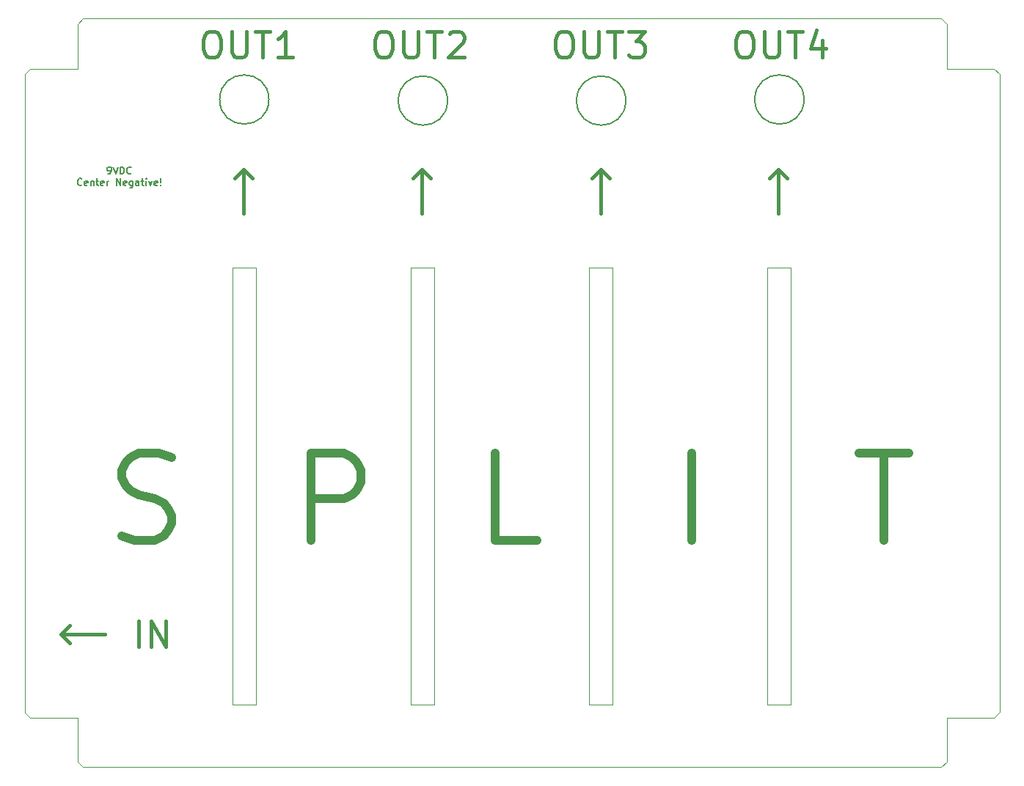
<source format=gbr>
%TF.GenerationSoftware,KiCad,Pcbnew,5.1.6-c6e7f7d~87~ubuntu18.04.1*%
%TF.CreationDate,2020-10-25T00:49:13+01:00*%
%TF.ProjectId,ActiveSplitterPedalWithDigitalPeakDetector,41637469-7665-4537-906c-697474657250,rev?*%
%TF.SameCoordinates,Original*%
%TF.FileFunction,Legend,Top*%
%TF.FilePolarity,Positive*%
%FSLAX46Y46*%
G04 Gerber Fmt 4.6, Leading zero omitted, Abs format (unit mm)*
G04 Created by KiCad (PCBNEW 5.1.6-c6e7f7d~87~ubuntu18.04.1) date 2020-10-25 00:49:13*
%MOMM*%
%LPD*%
G01*
G04 APERTURE LIST*
%ADD10C,0.400000*%
%ADD11C,1.000000*%
%TA.AperFunction,Profile*%
%ADD12C,0.050000*%
%TD*%
%TA.AperFunction,Profile*%
%ADD13C,0.150000*%
%TD*%
%ADD14C,0.150000*%
G04 APERTURE END LIST*
D10*
X105130600Y-62039500D02*
X105130600Y-67119500D01*
X105130600Y-62039500D02*
X104114600Y-63055500D01*
X105130600Y-62039500D02*
X106146600Y-63055500D01*
X125730000Y-62039500D02*
X125730000Y-67119500D01*
X125730000Y-62039500D02*
X124714000Y-63055500D01*
X125730000Y-62039500D02*
X126746000Y-63055500D01*
X146380200Y-62039500D02*
X146380200Y-67119500D01*
X146380200Y-62039500D02*
X145364200Y-63055500D01*
X146380200Y-62039500D02*
X147396200Y-63055500D01*
X93043571Y-117181142D02*
X93043571Y-114181142D01*
X94472142Y-117181142D02*
X94472142Y-114181142D01*
X96186428Y-117181142D01*
X96186428Y-114181142D01*
X162703428Y-46109142D02*
X163274857Y-46109142D01*
X163560571Y-46252000D01*
X163846285Y-46537714D01*
X163989142Y-47109142D01*
X163989142Y-48109142D01*
X163846285Y-48680571D01*
X163560571Y-48966285D01*
X163274857Y-49109142D01*
X162703428Y-49109142D01*
X162417714Y-48966285D01*
X162132000Y-48680571D01*
X161989142Y-48109142D01*
X161989142Y-47109142D01*
X162132000Y-46537714D01*
X162417714Y-46252000D01*
X162703428Y-46109142D01*
X165274857Y-46109142D02*
X165274857Y-48537714D01*
X165417714Y-48823428D01*
X165560571Y-48966285D01*
X165846285Y-49109142D01*
X166417714Y-49109142D01*
X166703428Y-48966285D01*
X166846285Y-48823428D01*
X166989142Y-48537714D01*
X166989142Y-46109142D01*
X167989142Y-46109142D02*
X169703428Y-46109142D01*
X168846285Y-49109142D02*
X168846285Y-46109142D01*
X171989142Y-47109142D02*
X171989142Y-49109142D01*
X171274857Y-45966285D02*
X170560571Y-48109142D01*
X172417714Y-48109142D01*
X141875428Y-46109142D02*
X142446857Y-46109142D01*
X142732571Y-46252000D01*
X143018285Y-46537714D01*
X143161142Y-47109142D01*
X143161142Y-48109142D01*
X143018285Y-48680571D01*
X142732571Y-48966285D01*
X142446857Y-49109142D01*
X141875428Y-49109142D01*
X141589714Y-48966285D01*
X141304000Y-48680571D01*
X141161142Y-48109142D01*
X141161142Y-47109142D01*
X141304000Y-46537714D01*
X141589714Y-46252000D01*
X141875428Y-46109142D01*
X144446857Y-46109142D02*
X144446857Y-48537714D01*
X144589714Y-48823428D01*
X144732571Y-48966285D01*
X145018285Y-49109142D01*
X145589714Y-49109142D01*
X145875428Y-48966285D01*
X146018285Y-48823428D01*
X146161142Y-48537714D01*
X146161142Y-46109142D01*
X147161142Y-46109142D02*
X148875428Y-46109142D01*
X148018285Y-49109142D02*
X148018285Y-46109142D01*
X149589714Y-46109142D02*
X151446857Y-46109142D01*
X150446857Y-47252000D01*
X150875428Y-47252000D01*
X151161142Y-47394857D01*
X151304000Y-47537714D01*
X151446857Y-47823428D01*
X151446857Y-48537714D01*
X151304000Y-48823428D01*
X151161142Y-48966285D01*
X150875428Y-49109142D01*
X150018285Y-49109142D01*
X149732571Y-48966285D01*
X149589714Y-48823428D01*
X121047428Y-46109142D02*
X121618857Y-46109142D01*
X121904571Y-46252000D01*
X122190285Y-46537714D01*
X122333142Y-47109142D01*
X122333142Y-48109142D01*
X122190285Y-48680571D01*
X121904571Y-48966285D01*
X121618857Y-49109142D01*
X121047428Y-49109142D01*
X120761714Y-48966285D01*
X120476000Y-48680571D01*
X120333142Y-48109142D01*
X120333142Y-47109142D01*
X120476000Y-46537714D01*
X120761714Y-46252000D01*
X121047428Y-46109142D01*
X123618857Y-46109142D02*
X123618857Y-48537714D01*
X123761714Y-48823428D01*
X123904571Y-48966285D01*
X124190285Y-49109142D01*
X124761714Y-49109142D01*
X125047428Y-48966285D01*
X125190285Y-48823428D01*
X125333142Y-48537714D01*
X125333142Y-46109142D01*
X126333142Y-46109142D02*
X128047428Y-46109142D01*
X127190285Y-49109142D02*
X127190285Y-46109142D01*
X128904571Y-46394857D02*
X129047428Y-46252000D01*
X129333142Y-46109142D01*
X130047428Y-46109142D01*
X130333142Y-46252000D01*
X130476000Y-46394857D01*
X130618857Y-46680571D01*
X130618857Y-46966285D01*
X130476000Y-47394857D01*
X128761714Y-49109142D01*
X130618857Y-49109142D01*
X101235428Y-46109142D02*
X101806857Y-46109142D01*
X102092571Y-46252000D01*
X102378285Y-46537714D01*
X102521142Y-47109142D01*
X102521142Y-48109142D01*
X102378285Y-48680571D01*
X102092571Y-48966285D01*
X101806857Y-49109142D01*
X101235428Y-49109142D01*
X100949714Y-48966285D01*
X100664000Y-48680571D01*
X100521142Y-48109142D01*
X100521142Y-47109142D01*
X100664000Y-46537714D01*
X100949714Y-46252000D01*
X101235428Y-46109142D01*
X103806857Y-46109142D02*
X103806857Y-48537714D01*
X103949714Y-48823428D01*
X104092571Y-48966285D01*
X104378285Y-49109142D01*
X104949714Y-49109142D01*
X105235428Y-48966285D01*
X105378285Y-48823428D01*
X105521142Y-48537714D01*
X105521142Y-46109142D01*
X106521142Y-46109142D02*
X108235428Y-46109142D01*
X107378285Y-49109142D02*
X107378285Y-46109142D01*
X110806857Y-49109142D02*
X109092571Y-49109142D01*
X109949714Y-49109142D02*
X109949714Y-46109142D01*
X109664000Y-46537714D01*
X109378285Y-46823428D01*
X109092571Y-46966285D01*
D11*
X176212857Y-94853809D02*
X181927142Y-94853809D01*
X179070000Y-104853809D02*
X179070000Y-94853809D01*
X156845000Y-104853809D02*
X156845000Y-94853809D01*
X138985238Y-104853809D02*
X134223333Y-104853809D01*
X134223333Y-94853809D01*
X112950952Y-104853809D02*
X112950952Y-94853809D01*
X116760476Y-94853809D01*
X117712857Y-95330000D01*
X118189047Y-95806190D01*
X118665238Y-96758571D01*
X118665238Y-98187142D01*
X118189047Y-99139523D01*
X117712857Y-99615714D01*
X116760476Y-100091904D01*
X112950952Y-100091904D01*
X91122857Y-104377619D02*
X92551428Y-104853809D01*
X94932380Y-104853809D01*
X95884761Y-104377619D01*
X96360952Y-103901428D01*
X96837142Y-102949047D01*
X96837142Y-101996666D01*
X96360952Y-101044285D01*
X95884761Y-100568095D01*
X94932380Y-100091904D01*
X93027619Y-99615714D01*
X92075238Y-99139523D01*
X91599047Y-98663333D01*
X91122857Y-97710952D01*
X91122857Y-96758571D01*
X91599047Y-95806190D01*
X92075238Y-95330000D01*
X93027619Y-94853809D01*
X95408571Y-94853809D01*
X96837142Y-95330000D01*
D12*
X168338500Y-73406000D02*
X168338500Y-123888500D01*
X168338500Y-123888500D02*
X165608000Y-123888500D01*
X165608000Y-73406000D02*
X168338500Y-73406000D01*
X165608000Y-123888500D02*
X165608000Y-73406000D01*
X147764500Y-73406000D02*
X147764500Y-123888500D01*
X147764500Y-123888500D02*
X145034000Y-123888500D01*
X145034000Y-73406000D02*
X147764500Y-73406000D01*
X145034000Y-123888500D02*
X145034000Y-73406000D01*
X127190500Y-73406000D02*
X127190500Y-123888500D01*
X127190500Y-123888500D02*
X124460000Y-123888500D01*
X124460000Y-73406000D02*
X127190500Y-73406000D01*
X124460000Y-123888500D02*
X124460000Y-73406000D01*
X103886000Y-123888500D02*
X103886000Y-73406000D01*
X106616500Y-123888500D02*
X103886000Y-123888500D01*
X106616500Y-73406000D02*
X106616500Y-123888500D01*
X103886000Y-73406000D02*
X106616500Y-73406000D01*
D13*
X169844806Y-53975000D02*
G75*
G03*
X169844806Y-53975000I-2839806J0D01*
G01*
X149270806Y-54102000D02*
G75*
G03*
X149270806Y-54102000I-2839806J0D01*
G01*
X128696806Y-54102000D02*
G75*
G03*
X128696806Y-54102000I-2839806J0D01*
G01*
X108077000Y-53975000D02*
G75*
G03*
X108077000Y-53975000I-2839806J0D01*
G01*
D14*
X89509761Y-62551904D02*
X89662142Y-62551904D01*
X89738333Y-62513809D01*
X89776428Y-62475714D01*
X89852619Y-62361428D01*
X89890714Y-62209047D01*
X89890714Y-61904285D01*
X89852619Y-61828095D01*
X89814523Y-61790000D01*
X89738333Y-61751904D01*
X89585952Y-61751904D01*
X89509761Y-61790000D01*
X89471666Y-61828095D01*
X89433571Y-61904285D01*
X89433571Y-62094761D01*
X89471666Y-62170952D01*
X89509761Y-62209047D01*
X89585952Y-62247142D01*
X89738333Y-62247142D01*
X89814523Y-62209047D01*
X89852619Y-62170952D01*
X89890714Y-62094761D01*
X90119285Y-61751904D02*
X90385952Y-62551904D01*
X90652619Y-61751904D01*
X90919285Y-62551904D02*
X90919285Y-61751904D01*
X91109761Y-61751904D01*
X91224047Y-61790000D01*
X91300238Y-61866190D01*
X91338333Y-61942380D01*
X91376428Y-62094761D01*
X91376428Y-62209047D01*
X91338333Y-62361428D01*
X91300238Y-62437619D01*
X91224047Y-62513809D01*
X91109761Y-62551904D01*
X90919285Y-62551904D01*
X92176428Y-62475714D02*
X92138333Y-62513809D01*
X92024047Y-62551904D01*
X91947857Y-62551904D01*
X91833571Y-62513809D01*
X91757380Y-62437619D01*
X91719285Y-62361428D01*
X91681190Y-62209047D01*
X91681190Y-62094761D01*
X91719285Y-61942380D01*
X91757380Y-61866190D01*
X91833571Y-61790000D01*
X91947857Y-61751904D01*
X92024047Y-61751904D01*
X92138333Y-61790000D01*
X92176428Y-61828095D01*
X86481190Y-63825714D02*
X86443095Y-63863809D01*
X86328809Y-63901904D01*
X86252619Y-63901904D01*
X86138333Y-63863809D01*
X86062142Y-63787619D01*
X86024047Y-63711428D01*
X85985952Y-63559047D01*
X85985952Y-63444761D01*
X86024047Y-63292380D01*
X86062142Y-63216190D01*
X86138333Y-63140000D01*
X86252619Y-63101904D01*
X86328809Y-63101904D01*
X86443095Y-63140000D01*
X86481190Y-63178095D01*
X87128809Y-63863809D02*
X87052619Y-63901904D01*
X86900238Y-63901904D01*
X86824047Y-63863809D01*
X86785952Y-63787619D01*
X86785952Y-63482857D01*
X86824047Y-63406666D01*
X86900238Y-63368571D01*
X87052619Y-63368571D01*
X87128809Y-63406666D01*
X87166904Y-63482857D01*
X87166904Y-63559047D01*
X86785952Y-63635238D01*
X87509761Y-63368571D02*
X87509761Y-63901904D01*
X87509761Y-63444761D02*
X87547857Y-63406666D01*
X87624047Y-63368571D01*
X87738333Y-63368571D01*
X87814523Y-63406666D01*
X87852619Y-63482857D01*
X87852619Y-63901904D01*
X88119285Y-63368571D02*
X88424047Y-63368571D01*
X88233571Y-63101904D02*
X88233571Y-63787619D01*
X88271666Y-63863809D01*
X88347857Y-63901904D01*
X88424047Y-63901904D01*
X88995476Y-63863809D02*
X88919285Y-63901904D01*
X88766904Y-63901904D01*
X88690714Y-63863809D01*
X88652619Y-63787619D01*
X88652619Y-63482857D01*
X88690714Y-63406666D01*
X88766904Y-63368571D01*
X88919285Y-63368571D01*
X88995476Y-63406666D01*
X89033571Y-63482857D01*
X89033571Y-63559047D01*
X88652619Y-63635238D01*
X89376428Y-63901904D02*
X89376428Y-63368571D01*
X89376428Y-63520952D02*
X89414523Y-63444761D01*
X89452619Y-63406666D01*
X89528809Y-63368571D01*
X89605000Y-63368571D01*
X90481190Y-63901904D02*
X90481190Y-63101904D01*
X90938333Y-63901904D01*
X90938333Y-63101904D01*
X91624047Y-63863809D02*
X91547857Y-63901904D01*
X91395476Y-63901904D01*
X91319285Y-63863809D01*
X91281190Y-63787619D01*
X91281190Y-63482857D01*
X91319285Y-63406666D01*
X91395476Y-63368571D01*
X91547857Y-63368571D01*
X91624047Y-63406666D01*
X91662142Y-63482857D01*
X91662142Y-63559047D01*
X91281190Y-63635238D01*
X92347857Y-63368571D02*
X92347857Y-64016190D01*
X92309761Y-64092380D01*
X92271666Y-64130476D01*
X92195476Y-64168571D01*
X92081190Y-64168571D01*
X92005000Y-64130476D01*
X92347857Y-63863809D02*
X92271666Y-63901904D01*
X92119285Y-63901904D01*
X92043095Y-63863809D01*
X92005000Y-63825714D01*
X91966904Y-63749523D01*
X91966904Y-63520952D01*
X92005000Y-63444761D01*
X92043095Y-63406666D01*
X92119285Y-63368571D01*
X92271666Y-63368571D01*
X92347857Y-63406666D01*
X93071666Y-63901904D02*
X93071666Y-63482857D01*
X93033571Y-63406666D01*
X92957380Y-63368571D01*
X92805000Y-63368571D01*
X92728809Y-63406666D01*
X93071666Y-63863809D02*
X92995476Y-63901904D01*
X92805000Y-63901904D01*
X92728809Y-63863809D01*
X92690714Y-63787619D01*
X92690714Y-63711428D01*
X92728809Y-63635238D01*
X92805000Y-63597142D01*
X92995476Y-63597142D01*
X93071666Y-63559047D01*
X93338333Y-63368571D02*
X93643095Y-63368571D01*
X93452619Y-63101904D02*
X93452619Y-63787619D01*
X93490714Y-63863809D01*
X93566904Y-63901904D01*
X93643095Y-63901904D01*
X93909761Y-63901904D02*
X93909761Y-63368571D01*
X93909761Y-63101904D02*
X93871666Y-63140000D01*
X93909761Y-63178095D01*
X93947857Y-63140000D01*
X93909761Y-63101904D01*
X93909761Y-63178095D01*
X94214523Y-63368571D02*
X94405000Y-63901904D01*
X94595476Y-63368571D01*
X95205000Y-63863809D02*
X95128809Y-63901904D01*
X94976428Y-63901904D01*
X94900238Y-63863809D01*
X94862142Y-63787619D01*
X94862142Y-63482857D01*
X94900238Y-63406666D01*
X94976428Y-63368571D01*
X95128809Y-63368571D01*
X95205000Y-63406666D01*
X95243095Y-63482857D01*
X95243095Y-63559047D01*
X94862142Y-63635238D01*
X95585952Y-63825714D02*
X95624047Y-63863809D01*
X95585952Y-63901904D01*
X95547857Y-63863809D01*
X95585952Y-63825714D01*
X95585952Y-63901904D01*
X95585952Y-63597142D02*
X95547857Y-63140000D01*
X95585952Y-63101904D01*
X95624047Y-63140000D01*
X95585952Y-63597142D01*
X95585952Y-63101904D01*
D10*
X84074000Y-115722400D02*
X85090000Y-116738400D01*
X84074000Y-115722400D02*
X89154000Y-115722400D01*
X84074000Y-115722400D02*
X85090000Y-114706400D01*
X166878000Y-62039500D02*
X167894000Y-63055500D01*
X166878000Y-62039500D02*
X165862000Y-63055500D01*
X166878000Y-62039500D02*
X166878000Y-67119500D01*
D12*
X186309000Y-130429000D02*
X185674000Y-131064000D01*
X186309000Y-125349000D02*
X186309000Y-130429000D01*
X191770000Y-125349000D02*
X186309000Y-125349000D01*
X192405000Y-124714000D02*
X191770000Y-125349000D01*
X192405000Y-51054000D02*
X192405000Y-124714000D01*
X191770000Y-50419000D02*
X192405000Y-51054000D01*
X186309000Y-50419000D02*
X191770000Y-50419000D01*
X186309000Y-45275500D02*
X186309000Y-50419000D01*
X185674000Y-44640500D02*
X186309000Y-45275500D01*
X86614000Y-44640500D02*
X185674000Y-44640500D01*
X85979000Y-45275500D02*
X86614000Y-44640500D01*
X85979000Y-50419000D02*
X85979000Y-45275500D01*
X80518000Y-50419000D02*
X85979000Y-50419000D01*
X79883000Y-51054000D02*
X80518000Y-50419000D01*
X79883000Y-124777500D02*
X79883000Y-51054000D01*
X80518000Y-125412500D02*
X79883000Y-124777500D01*
X85979000Y-125412500D02*
X80518000Y-125412500D01*
X85979000Y-130429000D02*
X85979000Y-125412500D01*
X86614000Y-131064000D02*
X85979000Y-130429000D01*
X185674000Y-131064000D02*
X86614000Y-131064000D01*
M02*

</source>
